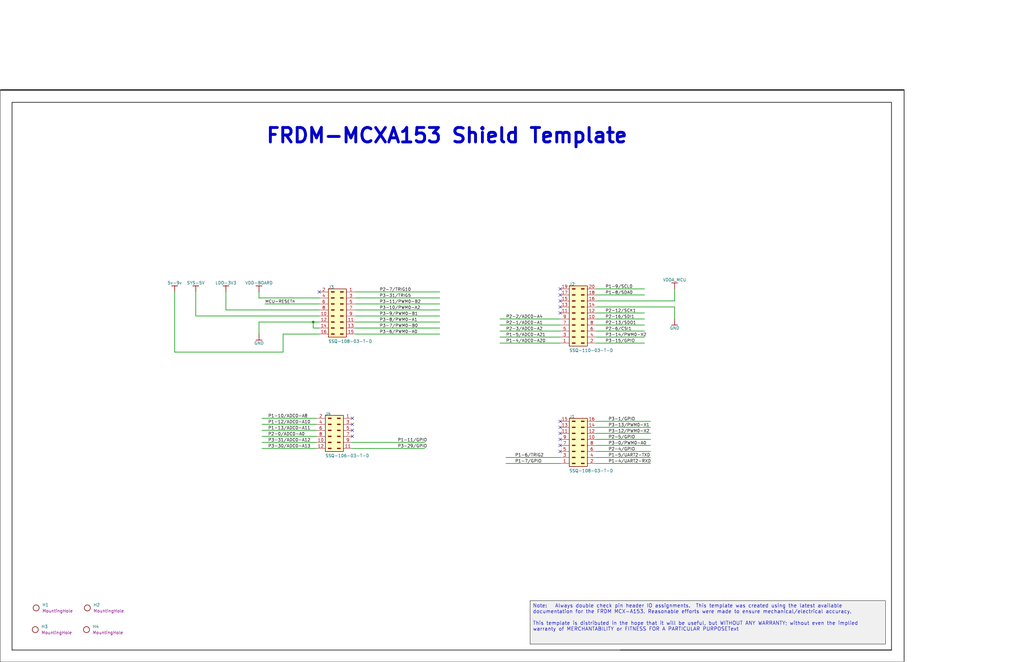
<source format=kicad_sch>
(kicad_sch (version 20230121) (generator eeschema)
  (paper "B")
  (lib_symbols
    (symbol "FRDM-MCXA153__Shield_Template-altium-import:5v-9v" (power)
      (property "Reference" "#PWR" (at 0 0 0))
      (property "Value" "5v-9v" (at 0 3.81 0))
      (symbol "5v-9v_0_0"
        (polyline (pts (xy -1.27 -2.54) (xy 1.27 -2.54)) (stroke (width 0.254)))
        (polyline (pts (xy 0 0) (xy 0 -2.54)) (stroke (width 0.254)))
        (pin power_in line (at 0 0 0) (length 0) hide (name "5v-9v") (number ""))
      )
    )
    (symbol "FRDM-MCXA153__Shield_Template-altium-import:GND" (power)
      (property "Reference" "#PWR" (at 0 0 0))
      (property "Value" "GND" (at 0 3.81 0))
      (symbol "GND_0_0"
        (polyline (pts (xy -1.27 -2.54) (xy 1.27 -2.54)) (stroke (width 0.254)))
        (polyline (pts (xy 0 0) (xy 0 -2.54)) (stroke (width 0.254)))
        (pin power_in line (at 0 0 0) (length 0) hide (name "GND") (number ""))
      )
    )
    (symbol "FRDM-MCXA153__Shield_Template-altium-import:LDO-3V3" (power)
      (property "Reference" "#PWR" (at 0 0 0))
      (property "Value" "LDO-3V3" (at 0 3.81 0))
      (symbol "LDO-3V3_0_0"
        (polyline (pts (xy -1.27 -2.54) (xy 1.27 -2.54)) (stroke (width 0.254)))
        (polyline (pts (xy 0 0) (xy 0 -2.54)) (stroke (width 0.254)))
        (pin power_in line (at 0 0 0) (length 0) hide (name "LDO-3V3") (number ""))
      )
    )
    (symbol "FRDM-MCXA153__Shield_Template-altium-import:SYS-5V" (power)
      (property "Reference" "#PWR" (at 0 0 0))
      (property "Value" "SYS-5V" (at 0 3.81 0))
      (symbol "SYS-5V_0_0"
        (polyline (pts (xy -1.27 -2.54) (xy 1.27 -2.54)) (stroke (width 0.254)))
        (polyline (pts (xy 0 0) (xy 0 -2.54)) (stroke (width 0.254)))
        (pin power_in line (at 0 0 0) (length 0) hide (name "SYS-5V") (number ""))
      )
    )
    (symbol "FRDM-MCXA153__Shield_Template-altium-import:VDD-BOARD" (power)
      (property "Reference" "#PWR" (at 0 0 0))
      (property "Value" "VDD-BOARD" (at 0 3.81 0))
      (symbol "VDD-BOARD_0_0"
        (polyline (pts (xy -1.27 -2.54) (xy 1.27 -2.54)) (stroke (width 0.254)))
        (polyline (pts (xy 0 0) (xy 0 -2.54)) (stroke (width 0.254)))
        (pin power_in line (at 0 0 0) (length 0) hide (name "VDD-BOARD") (number ""))
      )
    )
    (symbol "FRDM-MCXA153__Shield_Template-altium-import:VDDA_MCU" (power)
      (property "Reference" "#PWR" (at 0 0 0))
      (property "Value" "VDDA_MCU" (at 0 3.81 0))
      (symbol "VDDA_MCU_0_0"
        (polyline (pts (xy -1.27 -2.54) (xy 1.27 -2.54)) (stroke (width 0.254)))
        (polyline (pts (xy 0 0) (xy 0 -2.54)) (stroke (width 0.254)))
        (pin power_in line (at 0 0 0) (length 0) hide (name "VDDA_MCU") (number ""))
      )
    )
    (symbol "FRDM-MCXA153__Shield_Template-altium-import:root_0_Mechanical_MountingHole"
      (symbol "root_0_Mechanical_MountingHole_1_0"
        (circle (center 0 0) (radius 1.27) (stroke (width 0.254)))
      )
    )
    (symbol "FRDM-MCXA153__Shield_Template-altium-import:root_0_mirrored_SSQ-106-03-T-D"
      (symbol "root_0_mirrored_SSQ-106-03-T-D_1_0"
        (rectangle (start -1.27 -7.493) (end -2.54 -7.747) (stroke (width 0.254)))
        (rectangle (start -1.27 -4.953) (end -2.54 -5.207) (stroke (width 0.254)))
        (rectangle (start -1.27 -2.413) (end -2.54 -2.667) (stroke (width 0.254)))
        (rectangle (start -1.27 0.127) (end -2.54 -0.127) (stroke (width 0.254)))
        (rectangle (start -1.27 2.667) (end -2.54 2.413) (stroke (width 0.254)))
        (rectangle (start -1.27 5.207) (end -2.54 4.953) (stroke (width 0.254)))
        (rectangle (start 2.54 -7.493) (end 1.27 -7.747) (stroke (width 0.254)))
        (rectangle (start 2.54 -4.953) (end 1.27 -5.207) (stroke (width 0.254)))
        (rectangle (start 2.54 -2.413) (end 1.27 -2.667) (stroke (width 0.254)))
        (rectangle (start 2.54 0.127) (end 1.27 -0.127) (stroke (width 0.254)))
        (rectangle (start 2.54 2.667) (end 1.27 2.413) (stroke (width 0.254)))
        (rectangle (start 2.54 5.207) (end 1.27 4.953) (stroke (width 0.254)))
        (rectangle (start 3.81 6.35) (end -3.81 -8.89) (stroke (width 0.254)) (fill (type background)))
        (pin passive line (at 7.62 5.08 180) (length 3.81) (name "Pin_1") (number "1"))
        (pin passive line (at -7.62 -5.08 0) (length 3.81) (name "Pin_10") (number "10"))
        (pin passive line (at 7.62 -7.62 180) (length 3.81) (name "Pin_11") (number "11"))
        (pin passive line (at -7.62 -7.62 0) (length 3.81) (name "Pin_12") (number "12"))
        (pin passive line (at -7.62 5.08 0) (length 3.81) (name "Pin_2") (number "2"))
        (pin passive line (at 7.62 2.54 180) (length 3.81) (name "Pin_3") (number "3"))
        (pin passive line (at -7.62 2.54 0) (length 3.81) (name "Pin_4") (number "4"))
        (pin passive line (at 7.62 0 180) (length 3.81) (name "Pin_5") (number "5"))
        (pin passive line (at -7.62 0 0) (length 3.81) (name "Pin_6") (number "6"))
        (pin passive line (at 7.62 -2.54 180) (length 3.81) (name "Pin_7") (number "7"))
        (pin passive line (at -7.62 -2.54 0) (length 3.81) (name "Pin_8") (number "8"))
        (pin passive line (at 7.62 -5.08 180) (length 3.81) (name "Pin_9") (number "9"))
      )
    )
    (symbol "FRDM-MCXA153__Shield_Template-altium-import:root_0_mirrored_SSQ-108-03-T-D"
      (symbol "root_0_mirrored_SSQ-108-03-T-D_1_0"
        (rectangle (start -1.27 -10.033) (end -2.54 -10.287) (stroke (width 0.254)))
        (rectangle (start -1.27 -7.493) (end -2.54 -7.747) (stroke (width 0.254)))
        (rectangle (start -1.27 -4.953) (end -2.54 -5.207) (stroke (width 0.254)))
        (rectangle (start -1.27 -2.413) (end -2.54 -2.667) (stroke (width 0.254)))
        (rectangle (start -1.27 0.127) (end -2.54 -0.127) (stroke (width 0.254)))
        (rectangle (start -1.27 2.667) (end -2.54 2.413) (stroke (width 0.254)))
        (rectangle (start -1.27 5.207) (end -2.54 4.953) (stroke (width 0.254)))
        (rectangle (start -1.27 7.747) (end -2.54 7.493) (stroke (width 0.254)))
        (rectangle (start 2.54 -10.033) (end 1.27 -10.287) (stroke (width 0.254)))
        (rectangle (start 2.54 -7.493) (end 1.27 -7.747) (stroke (width 0.254)))
        (rectangle (start 2.54 -4.953) (end 1.27 -5.207) (stroke (width 0.254)))
        (rectangle (start 2.54 -2.413) (end 1.27 -2.667) (stroke (width 0.254)))
        (rectangle (start 2.54 0.127) (end 1.27 -0.127) (stroke (width 0.254)))
        (rectangle (start 2.54 2.667) (end 1.27 2.413) (stroke (width 0.254)))
        (rectangle (start 2.54 5.207) (end 1.27 4.953) (stroke (width 0.254)))
        (rectangle (start 2.54 7.747) (end 1.27 7.493) (stroke (width 0.254)))
        (rectangle (start 3.81 8.89) (end -3.81 -11.43) (stroke (width 0.254)) (fill (type background)))
        (pin passive line (at 7.62 7.62 180) (length 3.81) (name "Pin_1") (number "1"))
        (pin passive line (at -7.62 -2.54 0) (length 3.81) (name "Pin_10") (number "10"))
        (pin passive line (at 7.62 -5.08 180) (length 3.81) (name "Pin_11") (number "11"))
        (pin passive line (at -7.62 -5.08 0) (length 3.81) (name "Pin_12") (number "12"))
        (pin passive line (at 7.62 -7.62 180) (length 3.81) (name "Pin_13") (number "13"))
        (pin passive line (at -7.62 -7.62 0) (length 3.81) (name "Pin_14") (number "14"))
        (pin passive line (at 7.62 -10.16 180) (length 3.81) (name "Pin_15") (number "15"))
        (pin passive line (at -7.62 -10.16 0) (length 3.81) (name "Pin_16") (number "16"))
        (pin passive line (at -7.62 7.62 0) (length 3.81) (name "Pin_2") (number "2"))
        (pin passive line (at 7.62 5.08 180) (length 3.81) (name "Pin_3") (number "3"))
        (pin passive line (at -7.62 5.08 0) (length 3.81) (name "Pin_4") (number "4"))
        (pin passive line (at 7.62 2.54 180) (length 3.81) (name "Pin_5") (number "5"))
        (pin passive line (at -7.62 2.54 0) (length 3.81) (name "Pin_6") (number "6"))
        (pin passive line (at 7.62 0 180) (length 3.81) (name "Pin_7") (number "7"))
        (pin passive line (at -7.62 0 0) (length 3.81) (name "Pin_8") (number "8"))
        (pin passive line (at 7.62 -2.54 180) (length 3.81) (name "Pin_9") (number "9"))
      )
    )
    (symbol "FRDM-MCXA153__Shield_Template-altium-import:root_2_mirrored_SSQ-108-03-T-D"
      (symbol "root_2_mirrored_SSQ-108-03-T-D_1_0"
        (rectangle (start -1.27 -7.493) (end -2.54 -7.747) (stroke (width 0.254)))
        (rectangle (start -1.27 -4.953) (end -2.54 -5.207) (stroke (width 0.254)))
        (rectangle (start -1.27 -2.413) (end -2.54 -2.667) (stroke (width 0.254)))
        (rectangle (start -1.27 0.127) (end -2.54 -0.127) (stroke (width 0.254)))
        (rectangle (start -1.27 2.667) (end -2.54 2.413) (stroke (width 0.254)))
        (rectangle (start -1.27 5.207) (end -2.54 4.953) (stroke (width 0.254)))
        (rectangle (start -1.27 7.747) (end -2.54 7.493) (stroke (width 0.254)))
        (rectangle (start -1.27 10.287) (end -2.54 10.033) (stroke (width 0.254)))
        (rectangle (start 2.54 -7.493) (end 1.27 -7.747) (stroke (width 0.254)))
        (rectangle (start 2.54 -4.953) (end 1.27 -5.207) (stroke (width 0.254)))
        (rectangle (start 2.54 -2.413) (end 1.27 -2.667) (stroke (width 0.254)))
        (rectangle (start 2.54 0.127) (end 1.27 -0.127) (stroke (width 0.254)))
        (rectangle (start 2.54 2.667) (end 1.27 2.413) (stroke (width 0.254)))
        (rectangle (start 2.54 5.207) (end 1.27 4.953) (stroke (width 0.254)))
        (rectangle (start 2.54 7.747) (end 1.27 7.493) (stroke (width 0.254)))
        (rectangle (start 2.54 10.287) (end 1.27 10.033) (stroke (width 0.254)))
        (rectangle (start 3.81 11.43) (end -3.81 -8.89) (stroke (width 0.254)) (fill (type background)))
        (pin passive line (at -7.62 -7.62 0) (length 3.81) (name "Pin_1") (number "1"))
        (pin passive line (at 7.62 2.54 180) (length 3.81) (name "Pin_10") (number "10"))
        (pin passive line (at -7.62 5.08 0) (length 3.81) (name "Pin_11") (number "11"))
        (pin passive line (at 7.62 5.08 180) (length 3.81) (name "Pin_12") (number "12"))
        (pin passive line (at -7.62 7.62 0) (length 3.81) (name "Pin_13") (number "13"))
        (pin passive line (at 7.62 7.62 180) (length 3.81) (name "Pin_14") (number "14"))
        (pin passive line (at -7.62 10.16 0) (length 3.81) (name "Pin_15") (number "15"))
        (pin passive line (at 7.62 10.16 180) (length 3.81) (name "Pin_16") (number "16"))
        (pin passive line (at 7.62 -7.62 180) (length 3.81) (name "Pin_2") (number "2"))
        (pin passive line (at -7.62 -5.08 0) (length 3.81) (name "Pin_3") (number "3"))
        (pin passive line (at 7.62 -5.08 180) (length 3.81) (name "Pin_4") (number "4"))
        (pin passive line (at -7.62 -2.54 0) (length 3.81) (name "Pin_5") (number "5"))
        (pin passive line (at 7.62 -2.54 180) (length 3.81) (name "Pin_6") (number "6"))
        (pin passive line (at -7.62 0 0) (length 3.81) (name "Pin_7") (number "7"))
        (pin passive line (at 7.62 0 180) (length 3.81) (name "Pin_8") (number "8"))
        (pin passive line (at -7.62 2.54 0) (length 3.81) (name "Pin_9") (number "9"))
      )
    )
    (symbol "FRDM-MCXA153__Shield_Template-altium-import:root_2_mirrored_SSQ-110-03-T-D"
      (symbol "root_2_mirrored_SSQ-110-03-T-D_1_0"
        (rectangle (start -1.27 -10.033) (end -2.54 -10.287) (stroke (width 0.254)))
        (rectangle (start -1.27 -7.493) (end -2.54 -7.747) (stroke (width 0.254)))
        (rectangle (start -1.27 -4.953) (end -2.54 -5.207) (stroke (width 0.254)))
        (rectangle (start -1.27 -2.413) (end -2.54 -2.667) (stroke (width 0.254)))
        (rectangle (start -1.27 0.127) (end -2.54 -0.127) (stroke (width 0.254)))
        (rectangle (start -1.27 2.667) (end -2.54 2.413) (stroke (width 0.254)))
        (rectangle (start -1.27 5.207) (end -2.54 4.953) (stroke (width 0.254)))
        (rectangle (start -1.27 7.747) (end -2.54 7.493) (stroke (width 0.254)))
        (rectangle (start -1.27 10.287) (end -2.54 10.033) (stroke (width 0.254)))
        (rectangle (start -1.27 12.827) (end -2.54 12.573) (stroke (width 0.254)))
        (rectangle (start 2.54 -10.033) (end 1.27 -10.287) (stroke (width 0.254)))
        (rectangle (start 2.54 -7.493) (end 1.27 -7.747) (stroke (width 0.254)))
        (rectangle (start 2.54 -4.953) (end 1.27 -5.207) (stroke (width 0.254)))
        (rectangle (start 2.54 -2.413) (end 1.27 -2.667) (stroke (width 0.254)))
        (rectangle (start 2.54 0.127) (end 1.27 -0.127) (stroke (width 0.254)))
        (rectangle (start 2.54 2.667) (end 1.27 2.413) (stroke (width 0.254)))
        (rectangle (start 2.54 5.207) (end 1.27 4.953) (stroke (width 0.254)))
        (rectangle (start 2.54 7.747) (end 1.27 7.493) (stroke (width 0.254)))
        (rectangle (start 2.54 10.287) (end 1.27 10.033) (stroke (width 0.254)))
        (rectangle (start 2.54 12.827) (end 1.27 12.573) (stroke (width 0.254)))
        (rectangle (start 3.81 13.97) (end -3.81 -11.43) (stroke (width 0.254)) (fill (type background)))
        (pin passive line (at -7.62 -10.16 0) (length 3.81) (name "Pin_1") (number "1"))
        (pin passive line (at 7.62 0 180) (length 3.81) (name "Pin_10") (number "10"))
        (pin passive line (at -7.62 2.54 0) (length 3.81) (name "Pin_11") (number "11"))
        (pin passive line (at 7.62 2.54 180) (length 3.81) (name "Pin_12") (number "12"))
        (pin passive line (at -7.62 5.08 0) (length 3.81) (name "Pin_13") (number "13"))
        (pin passive line (at 7.62 5.08 180) (length 3.81) (name "Pin_14") (number "14"))
        (pin passive line (at -7.62 7.62 0) (length 3.81) (name "Pin_15") (number "15"))
        (pin passive line (at 7.62 7.62 180) (length 3.81) (name "Pin_16") (number "16"))
        (pin passive line (at -7.62 10.16 0) (length 3.81) (name "Pin_17") (number "17"))
        (pin passive line (at 7.62 10.16 180) (length 3.81) (name "Pin_18") (number "18"))
        (pin passive line (at -7.62 12.7 0) (length 3.81) (name "Pin_19") (number "19"))
        (pin passive line (at 7.62 -10.16 180) (length 3.81) (name "Pin_2") (number "2"))
        (pin passive line (at 7.62 12.7 180) (length 3.81) (name "Pin_20") (number "20"))
        (pin passive line (at -7.62 -7.62 0) (length 3.81) (name "Pin_3") (number "3"))
        (pin passive line (at 7.62 -7.62 180) (length 3.81) (name "Pin_4") (number "4"))
        (pin passive line (at -7.62 -5.08 0) (length 3.81) (name "Pin_5") (number "5"))
        (pin passive line (at 7.62 -5.08 180) (length 3.81) (name "Pin_6") (number "6"))
        (pin passive line (at -7.62 -2.54 0) (length 3.81) (name "Pin_7") (number "7"))
        (pin passive line (at 7.62 -2.54 180) (length 3.81) (name "Pin_8") (number "8"))
        (pin passive line (at -7.62 0 0) (length 3.81) (name "Pin_9") (number "9"))
      )
    )
  )
  (junction (at 132.08 135.89))
  (no_connect (at 236.22 182.88))
  (no_connect (at 236.22 187.96))
  (no_connect (at 236.22 177.8))
  (no_connect (at 236.22 127))
  (no_connect (at 236.22 121.92))
  (no_connect (at 148.59 176.53))
  (no_connect (at 148.59 184.15))
  (no_connect (at 236.22 180.34))
  (no_connect (at 236.22 132.08))
  (no_connect (at 236.22 124.46))
  (no_connect (at 236.22 185.42))
  (no_connect (at 148.59 179.07))
  (no_connect (at 134.62 123.19))
  (no_connect (at 236.22 190.5))
  (no_connect (at 148.59 181.61))
  (no_connect (at 236.22 129.54))
  (wire (pts (xy 251.46 134.62) (xy 271.78 134.62)) (stroke (width 0.254)))
  (wire (pts (xy 251.46 190.5) (xy 274.32 190.5)) (stroke (width 0.254)))
  (wire (pts (xy 236.22 144.78) (xy 210.82 144.78)) (stroke (width 0.254)))
  (wire (pts (xy 82.55 133.35) (xy 82.55 123.19)) (stroke (width 0.254)))
  (wire (pts (xy 149.86 123.19) (xy 185.42 123.19)) (stroke (width 0.254)))
  (wire (pts (xy 133.35 189.23) (xy 110.49 189.23)) (stroke (width 0.254)))
  (wire (pts (xy 148.59 186.69) (xy 179.07 186.69)) (stroke (width 0.254)))
  (wire (pts (xy 134.62 133.35) (xy 82.55 133.35)) (stroke (width 0.254)))
  (wire (pts (xy 119.38 140.97) (xy 119.38 148.59)) (stroke (width 0.254)))
  (wire (pts (xy 251.46 132.08) (xy 271.78 132.08)) (stroke (width 0.254)))
  (wire (pts (xy 251.46 129.54) (xy 284.48 129.54)) (stroke (width 0.254)))
  (wire (pts (xy 149.86 133.35) (xy 185.42 133.35)) (stroke (width 0.254)))
  (polyline (pts (xy 5.08 274.32) (xy 375.92 274.32)) (stroke (width 0.254) (type solid) (color 0 0 0 1)))
  (wire (pts (xy 251.46 121.92) (xy 271.78 121.92)) (stroke (width 0.254)))
  (wire (pts (xy 251.46 182.88) (xy 274.32 182.88)) (stroke (width 0.254)))
  (wire (pts (xy 251.46 137.16) (xy 271.78 137.16)) (stroke (width 0.254)))
  (wire (pts (xy 133.35 179.07) (xy 110.49 179.07)) (stroke (width 0.254)))
  (wire (pts (xy 134.62 138.43) (xy 132.08 138.43)) (stroke (width 0.254)))
  (wire (pts (xy 134.62 125.73) (xy 109.22 125.73)) (stroke (width 0.254)))
  (wire (pts (xy 251.46 193.04) (xy 274.32 193.04)) (stroke (width 0.254)))
  (wire (pts (xy 251.46 187.96) (xy 274.32 187.96)) (stroke (width 0.254)))
  (polyline (pts (xy 261.62 274.32) (xy 375.92 274.32)) (stroke (width 0.254) (type solid) (color 0 0 0 1)))
  (wire (pts (xy 109.22 125.73) (xy 109.22 123.19)) (stroke (width 0.254)))
  (wire (pts (xy 149.86 125.73) (xy 185.42 125.73)) (stroke (width 0.254)))
  (wire (pts (xy 132.08 135.89) (xy 134.62 135.89)) (stroke (width 0.254)))
  (wire (pts (xy 119.38 148.59) (xy 73.66 148.59)) (stroke (width 0.254)))
  (wire (pts (xy 149.86 140.97) (xy 185.42 140.97)) (stroke (width 0.254)))
  (wire (pts (xy 133.35 184.15) (xy 110.49 184.15)) (stroke (width 0.254)))
  (wire (pts (xy 134.62 140.97) (xy 119.38 140.97)) (stroke (width 0.254)))
  (wire (pts (xy 149.86 130.81) (xy 185.42 130.81)) (stroke (width 0.254)))
  (wire (pts (xy 251.46 127) (xy 284.48 127)) (stroke (width 0.254)))
  (wire (pts (xy 251.46 180.34) (xy 274.32 180.34)) (stroke (width 0.254)))
  (wire (pts (xy 251.46 185.42) (xy 274.32 185.42)) (stroke (width 0.254)))
  (wire (pts (xy 236.22 137.16) (xy 210.82 137.16)) (stroke (width 0.254)))
  (wire (pts (xy 251.46 139.7) (xy 271.78 139.7)) (stroke (width 0.254)))
  (wire (pts (xy 251.46 177.8) (xy 274.32 177.8)) (stroke (width 0.254)))
  (wire (pts (xy 236.22 134.62) (xy 210.82 134.62)) (stroke (width 0.254)))
  (wire (pts (xy 109.22 140.97) (xy 109.22 135.89)) (stroke (width 0.254)))
  (wire (pts (xy 236.22 139.7) (xy 210.82 139.7)) (stroke (width 0.254)))
  (wire (pts (xy 236.22 195.58) (xy 213.36 195.58)) (stroke (width 0.254)))
  (wire (pts (xy 95.25 130.81) (xy 95.25 123.19)) (stroke (width 0.254)))
  (wire (pts (xy 133.35 176.53) (xy 110.49 176.53)) (stroke (width 0.254)))
  (wire (pts (xy 149.86 138.43) (xy 185.42 138.43)) (stroke (width 0.254)))
  (wire (pts (xy 148.59 189.23) (xy 179.07 189.23)) (stroke (width 0.254)))
  (wire (pts (xy 284.48 129.54) (xy 284.48 134.62)) (stroke (width 0.254)))
  (wire (pts (xy 284.48 127) (xy 284.48 121.92)) (stroke (width 0.254)))
  (wire (pts (xy 132.08 138.43) (xy 132.08 135.89)) (stroke (width 0.254)))
  (wire (pts (xy 134.62 130.81) (xy 95.25 130.81)) (stroke (width 0.254)))
  (wire (pts (xy 133.35 181.61) (xy 110.49 181.61)) (stroke (width 0.254)))
  (wire (pts (xy 251.46 142.24) (xy 271.78 142.24)) (stroke (width 0.254)))
  (wire (pts (xy 251.46 124.46) (xy 271.78 124.46)) (stroke (width 0.254)))
  (wire (pts (xy 251.46 195.58) (xy 274.32 195.58)) (stroke (width 0.254)))
  (wire (pts (xy 149.86 128.27) (xy 185.42 128.27)) (stroke (width 0.254)))
  (wire (pts (xy 73.66 148.59) (xy 73.66 123.19)) (stroke (width 0.254)))
  (wire (pts (xy 109.22 135.89) (xy 132.08 135.89)) (stroke (width 0.254)))
  (wire (pts (xy 236.22 142.24) (xy 210.82 142.24)) (stroke (width 0.254)))
  (wire (pts (xy 149.86 135.89) (xy 185.42 135.89)) (stroke (width 0.254)))
  (wire (pts (xy 251.46 144.78) (xy 271.78 144.78)) (stroke (width 0.254)))
  (wire (pts (xy 111.76 128.27) (xy 134.62 128.27)) (stroke (width 0.254)))
  (wire (pts (xy 236.22 193.04) (xy 213.36 193.04)) (stroke (width 0.254)))
  (wire (pts (xy 133.35 186.69) (xy 110.49 186.69)) (stroke (width 0.254)))
  (polyline (pts (xy 381.254 279.146) (xy 381.254 37.846) (xy 0.254 37.846)) (stroke (width 0.254) (type solid) (color 0 0 0 1)))
  (polyline (pts (xy 381 279.4) (xy 0 279.4) (xy 0 38.1) (xy 381 38.1)) (stroke (width 0.254) (type solid) (color 0 0 0 1)))
  (polyline (pts (xy 375.92 274.32) (xy 375.92 43.18) (xy 5.08 43.18) (xy 5.08 274.32)) (stroke (width 0.254) (type solid) (color 0 0 0 1)))
  (text_box "Note:   Always double check pin header IO assignments.  This template was created using the latest available documentation for the FRDM MCX-A153. Reasonable efforts were made to ensure mechanical/electrical accuracy.  \n\nThis template is distributed in the hope that it will be useful, but WITHOUT ANY WARRANTY; without even the implied warranty of MERCHANTABILITY or FITNESS FOR A PARTICULAR PURPOSEText" (at 373.38 253.492 0) (size -149.86 18.288) (stroke (width 0) (color 0 0 0 1)) (fill (type color) (color 240 240 240 1)) (effects (font (size 1.524 1.524)) (justify left top)))
  (text "FRDM-MCXA153 Shield Template" (at 111.76 60.96 0) (effects (font (size 6.096 6.096) bold) (justify left bottom)))
  (label "P2-7/TRIG10" (at 160.02 123.19 0))
  (label "P2-3/ADC0-A2" (at 213.36 139.7 0))
  (label "P3-29/GPIO" (at 167.64 189.23 0))
  (label "P2-0/ADC0-A0" (at 113.03 184.15 0))
  (label "P2-1/ADC0-A1" (at 213.36 137.16 0))
  (label "P1-4/UART2-RXD" (at 256.54 195.58 0))
  (label "P3-0/PWM0-A0" (at 256.54 187.96 0))
  (label "P2-2/ADC0-A4" (at 213.36 134.62 0))
  (label "P2-13/SDO1" (at 255.27 137.16 0))
  (label "P1-10/ADC0-A8" (at 113.03 176.53 0))
  (label "P1-5/UART2-TXD" (at 256.54 193.04 0))
  (label "P3-30/ADC0-A13" (at 113.03 189.23 0))
  (label "P3-31/ADC0-A12" (at 113.03 186.69 0))
  (label "P3-1/GPIO" (at 256.54 177.8 0))
  (label "P3-9/PWM0-B1" (at 160.02 133.35 0))
  (label "P3-13/PWM0-X1" (at 256.54 180.34 0))
  (label "P2-16/SDI1" (at 255.27 134.62 0))
  (label "P1-6/TRIG2" (at 217.17 193.04 0))
  (label "P1-12/ADC0-A10" (at 113.03 179.07 0))
  (label "P3-10/PWM0-A2" (at 160.02 130.81 0))
  (label "P1-9/SCL0" (at 255.27 121.92 0))
  (label "P3-6/PWM0-A0" (at 160.02 140.97 0))
  (label "MCU-RESETn" (at 111.76 128.27 0))
  (label "P2-5/GPIO" (at 256.54 185.42 0))
  (label "P1-8/SDA0" (at 255.27 124.46 0))
  (label "P1-4/ADC0-A20" (at 213.36 144.78 0))
  (label "P2-12/SCK1" (at 255.27 132.08 0))
  (label "P3-7/PWM0-B0" (at 160.02 138.43 0))
  (label "P3-15/GPIO" (at 255.27 144.78 0))
  (label "P1-11/GPIO" (at 167.64 186.69 0))
  (label "P2-4/GPIO" (at 256.54 190.5 0))
  (label "P1-13/ADC0-A11" (at 113.03 181.61 0))
  (label "P3-14/PWM0-X2" (at 255.27 142.24 0))
  (label "P1-7/GPIO" (at 217.17 195.58 0))
  (label "P1-5/ADC0-A21" (at 213.36 142.24 0))
  (label "P3-12/PWM0-X2" (at 256.54 182.88 0))
  (label "P3-31/TRIG5" (at 160.02 125.73 0))
  (label "P3-11/PWM0-B2" (at 160.02 128.27 0))
  (label "P3-8/PWM0-A1" (at 160.02 135.89 0))
  (label "P2-6/CSI1" (at 255.27 139.7 0))
  (symbol (lib_id "FRDM-MCXA153__Shield_Template-altium-import:SYS-5V") (at 82.55 123.19 180) (unit 1)
    (property "Reference" "#PWR?" (effects hide))
    (property "Value" "SYS-5V" (at 82.55 119.38 0))
  )
  (symbol (lib_id "FRDM-MCXA153__Shield_Template-altium-import:root_0_mirrored_SSQ-106-03-T-D") (at 140.97 181.61 0) (unit 1)
    (property "Reference" "J4" (at 137.16 175.26 0) (effects (justify left bottom)))
    (property "Value" "${ALTIUM_VALUE}" (at 137.16 193.04 0) (effects (justify left bottom)))
    (property "Footprint" "SSQ-106-03-T-D" (effects hide))
    (property "NAME" "Connector_Generic_Conn_02x06_Odd_Even" (effects hide))
    (property "SYMBOL" "Connector_Generic_Conn_02x06_Odd_Even" (effects hide))
    (property "DEVICE" "Connector_Generic_Conn_02x06_Odd_Even" (effects hide))
    (property "ALTIUM_VALUE" "SSQ-106-03-T-D" (effects hide))
    (property "SUPPLIER" "Digikey" (effects hide))
    (property "SUPPLIER P/N" "SAM1204-06-ND" (effects hide))
    (property "MANUFACTURER" "Samtec Inc." (effects hide))
    (property "MANUFACTURER PART NUMBER" "SSQ-106-03-T-D" (effects hide))
    (property "ADD INTO BOM" "yes" (effects hide))
    (property "CONVERT TO PCB" "yes" (effects hide))
    (property "ORIGIN FOOTPRINT" "SSQ-106-03-T-D" (effects hide))
  )
  (symbol (lib_id "FRDM-MCXA153__Shield_Template-altium-import:root_0_mirrored_SSQ-108-03-T-D") (at 142.24 130.81 0) (unit 1)
    (property "Reference" "J3" (at 138.43 121.92 0) (effects (justify left bottom)))
    (property "Value" "${ALTIUM_VALUE}" (at 138.43 144.78 0) (effects (justify left bottom)))
    (property "Footprint" "SSQ-108-03-T-D" (effects hide))
    (property "NAME" "Connector_Generic_Conn_02x08_Odd_Even" (effects hide))
    (property "SYMBOL" "Connector_Generic_Conn_02x08_Odd_Even" (effects hide))
    (property "DEVICE" "Connector_Generic_Conn_02x08_Odd_Even" (effects hide))
    (property "ALTIUM_VALUE" "SSQ-108-03-T-D" (effects hide))
    (property "SUPPLIER" "Digikey" (effects hide))
    (property "SUPPLIER P/N" "SAM10741-ND" (effects hide))
    (property "MANUFACTURER" "Samtec Inc." (effects hide))
    (property "MANUFACTURER PART NUMBER" "SSQ-108-03-T-D" (effects hide))
    (property "ADD INTO BOM" "yes" (effects hide))
    (property "CONVERT TO PCB" "yes" (effects hide))
    (property "ORIGIN FOOTPRINT" "SSQ-108-03-T-D" (effects hide))
  )
  (symbol (lib_id "FRDM-MCXA153__Shield_Template-altium-import:root_0_Mechanical_MountingHole") (at 36.83 256.54 0) (unit 1)
    (property "Reference" "H2" (at 39.37 255.27 0) (effects (justify left)))
    (property "Value" "Mechanical_MountingHole" (effects hide))
    (property "Footprint" "MountingHole_3.2mm_M3" (effects hide))
    (property "NAME" "Mechanical_MountingHole" (effects hide))
    (property "SYMBOL" "Mechanical_MountingHole" (effects hide))
    (property "DEVICE" "Mechanical_MountingHole" (effects hide))
    (property "ALTIUM_VALUE" "MountingHole" (at 39.37 257.81 0) (effects (justify left)))
    (property "ADD INTO BOM" "yes" (effects hide))
    (property "CONVERT TO PCB" "yes" (effects hide))
    (property "ORIGIN FOOTPRINT" "MountingHole_3.2mm_M3" (effects hide))
  )
  (symbol (lib_id "FRDM-MCXA153__Shield_Template-altium-import:VDDA_MCU") (at 284.48 121.92 180) (unit 1)
    (property "Reference" "#PWR?" (effects hide))
    (property "Value" "VDDA_MCU" (at 284.48 118.11 0))
  )
  (symbol (lib_id "FRDM-MCXA153__Shield_Template-altium-import:LDO-3V3") (at 95.25 123.19 180) (unit 1)
    (property "Reference" "#PWR?" (effects hide))
    (property "Value" "LDO-3V3" (at 95.25 119.38 0))
  )
  (symbol (lib_id "FRDM-MCXA153__Shield_Template-altium-import:root_0_Mechanical_MountingHole") (at 15.24 256.54 0) (unit 1)
    (property "Reference" "H1" (at 17.78 255.27 0) (effects (justify left)))
    (property "Value" "Mechanical_MountingHole" (effects hide))
    (property "Footprint" "MountingHole_3.2mm_M3" (effects hide))
    (property "NAME" "Mechanical_MountingHole" (effects hide))
    (property "SYMBOL" "Mechanical_MountingHole" (effects hide))
    (property "DEVICE" "Mechanical_MountingHole" (effects hide))
    (property "ALTIUM_VALUE" "MountingHole" (at 17.78 257.81 0) (effects (justify left)))
    (property "ADD INTO BOM" "yes" (effects hide))
    (property "CONVERT TO PCB" "yes" (effects hide))
    (property "ORIGIN FOOTPRINT" "MountingHole_3.2mm_M3" (effects hide))
  )
  (symbol (lib_id "FRDM-MCXA153__Shield_Template-altium-import:5v-9v") (at 73.66 123.19 180) (unit 1)
    (property "Reference" "#PWR?" (effects hide))
    (property "Value" "5v-9v" (at 73.66 119.38 0))
  )
  (symbol (lib_id "FRDM-MCXA153__Shield_Template-altium-import:root_0_Mechanical_MountingHole") (at 36.466 265.699 0) (unit 1)
    (property "Reference" "H4" (at 39.006 264.429 0) (effects (justify left)))
    (property "Value" "Mechanical_MountingHole" (effects hide))
    (property "Footprint" "MountingHole_3.2mm_M3" (effects hide))
    (property "NAME" "Mechanical_MountingHole" (effects hide))
    (property "SYMBOL" "Mechanical_MountingHole" (effects hide))
    (property "DEVICE" "Mechanical_MountingHole" (effects hide))
    (property "ALTIUM_VALUE" "MountingHole" (at 39.006 266.969 0) (effects (justify left)))
    (property "ADD INTO BOM" "yes" (effects hide))
    (property "CONVERT TO PCB" "yes" (effects hide))
    (property "ORIGIN FOOTPRINT" "MountingHole_3.2mm_M3" (effects hide))
  )
  (symbol (lib_id "FRDM-MCXA153__Shield_Template-altium-import:root_2_mirrored_SSQ-108-03-T-D") (at 243.84 187.96 0) (unit 1)
    (property "Reference" "J1" (at 240.03 176.53 0) (effects (justify left bottom)))
    (property "Value" "${ALTIUM_VALUE}" (at 240.03 199.39 0) (effects (justify left bottom)))
    (property "Footprint" "SSQ-108-03-T-D" (effects hide))
    (property "NAME" "Connector_Generic_Conn_02x08_Odd_Even" (effects hide))
    (property "SYMBOL" "Connector_Generic_Conn_02x08_Odd_Even" (effects hide))
    (property "DEVICE" "Connector_Generic_Conn_02x08_Odd_Even" (effects hide))
    (property "ALTIUM_VALUE" "SSQ-108-03-T-D" (effects hide))
    (property "SUPPLIER" "Digikey" (effects hide))
    (property "SUPPLIER P/N" "SAM10741-ND" (effects hide))
    (property "MANUFACTURER" "Samtec Inc." (effects hide))
    (property "MANUFACTURER PART NUMBER" "SSQ-108-03-T-D" (effects hide))
    (property "ADD INTO BOM" "yes" (effects hide))
    (property "CONVERT TO PCB" "yes" (effects hide))
    (property "ORIGIN FOOTPRINT" "SSQ-108-03-T-D" (effects hide))
  )
  (symbol (lib_id "FRDM-MCXA153__Shield_Template-altium-import:VDD-BOARD") (at 109.22 123.19 180) (unit 1)
    (property "Reference" "#PWR?" (effects hide))
    (property "Value" "VDD-BOARD" (at 109.22 119.38 0))
  )
  (symbol (lib_id "FRDM-MCXA153__Shield_Template-altium-import:root_0_Mechanical_MountingHole") (at 14.876 265.699 0) (unit 1)
    (property "Reference" "H3" (at 17.416 264.429 0) (effects (justify left)))
    (property "Value" "Mechanical_MountingHole" (effects hide))
    (property "Footprint" "MountingHole_3.2mm_M3" (effects hide))
    (property "NAME" "Mechanical_MountingHole" (effects hide))
    (property "SYMBOL" "Mechanical_MountingHole" (effects hide))
    (property "DEVICE" "Mechanical_MountingHole" (effects hide))
    (property "ALTIUM_VALUE" "MountingHole" (at 17.416 266.969 0) (effects (justify left)))
    (property "ADD INTO BOM" "yes" (effects hide))
    (property "CONVERT TO PCB" "yes" (effects hide))
    (property "ORIGIN FOOTPRINT" "MountingHole_3.2mm_M3" (effects hide))
  )
  (symbol (lib_id "FRDM-MCXA153__Shield_Template-altium-import:GND") (at 109.22 140.97 0) (unit 1)
    (property "Reference" "#PWR?" (effects hide))
    (property "Value" "GND" (at 109.22 144.78 0))
  )
  (symbol (lib_id "FRDM-MCXA153__Shield_Template-altium-import:root_2_mirrored_SSQ-110-03-T-D") (at 243.84 134.62 0) (unit 1)
    (property "Reference" "J2" (at 240.03 120.65 0) (effects (justify left bottom)))
    (property "Value" "${ALTIUM_VALUE}" (at 240.03 148.59 0) (effects (justify left bottom)))
    (property "Footprint" "SSQ-110-03-T-D" (effects hide))
    (property "NAME" "Connector_Generic_Conn_02x10_Odd_Even" (effects hide))
    (property "SYMBOL" "Connector_Generic_Conn_02x10_Odd_Even" (effects hide))
    (property "DEVICE" "Connector_Generic_Conn_02x10_Odd_Even" (effects hide))
    (property "ALTIUM_VALUE" "SSQ-110-03-T-D" (effects hide))
    (property "SUPPLIER" "Digikey" (effects hide))
    (property "SUPPLIER P/N" "SAM10741-ND" (effects hide))
    (property "MANUFACTURER" "Samtec Inc." (effects hide))
    (property "ADD INTO BOM" "yes" (effects hide))
    (property "CONVERT TO PCB" "yes" (effects hide))
    (property "ORIGIN FOOTPRINT" "SSQ-110-03-T-D" (effects hide))
    (property "MANUFACTURER PART NUMBER" "SSQ-110-03-T-D" (effects hide))
  )
  (symbol (lib_id "FRDM-MCXA153__Shield_Template-altium-import:GND") (at 284.48 134.62 0) (unit 1)
    (property "Reference" "#PWR?" (effects hide))
    (property "Value" "GND" (at 284.48 138.43 0))
  )
)
</source>
